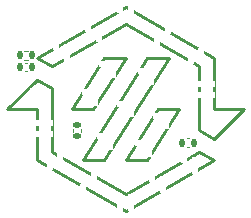
<source format=gbr>
%TF.GenerationSoftware,KiCad,Pcbnew,8.0.4*%
%TF.CreationDate,2024-10-23T12:54:15+11:00*%
%TF.ProjectId,SC_Logo_LED,53435f4c-6f67-46f5-9f4c-45442e6b6963,rev?*%
%TF.SameCoordinates,Original*%
%TF.FileFunction,Legend,Top*%
%TF.FilePolarity,Positive*%
%FSLAX46Y46*%
G04 Gerber Fmt 4.6, Leading zero omitted, Abs format (unit mm)*
G04 Created by KiCad (PCBNEW 8.0.4) date 2024-10-23 12:54:15*
%MOMM*%
%LPD*%
G01*
G04 APERTURE LIST*
G04 Aperture macros list*
%AMRoundRect*
0 Rectangle with rounded corners*
0 $1 Rounding radius*
0 $2 $3 $4 $5 $6 $7 $8 $9 X,Y pos of 4 corners*
0 Add a 4 corners polygon primitive as box body*
4,1,4,$2,$3,$4,$5,$6,$7,$8,$9,$2,$3,0*
0 Add four circle primitives for the rounded corners*
1,1,$1+$1,$2,$3*
1,1,$1+$1,$4,$5*
1,1,$1+$1,$6,$7*
1,1,$1+$1,$8,$9*
0 Add four rect primitives between the rounded corners*
20,1,$1+$1,$2,$3,$4,$5,0*
20,1,$1+$1,$4,$5,$6,$7,0*
20,1,$1+$1,$6,$7,$8,$9,0*
20,1,$1+$1,$8,$9,$2,$3,0*%
G04 Aperture macros list end*
%ADD10C,0.250000*%
%ADD11C,0.120000*%
%ADD12R,0.500000X0.500000*%
%ADD13RoundRect,0.135000X0.135000X0.185000X-0.135000X0.185000X-0.135000X-0.185000X0.135000X-0.185000X0*%
%ADD14RoundRect,0.140000X-0.140000X-0.170000X0.140000X-0.170000X0.140000X0.170000X-0.140000X0.170000X0*%
%ADD15RoundRect,0.140000X0.170000X-0.140000X0.170000X0.140000X-0.170000X0.140000X-0.170000X-0.140000X0*%
G04 APERTURE END LIST*
D10*
X159704000Y-103788000D02*
X158454000Y-103066312D01*
X152204000Y-94071122D02*
X145954000Y-97679561D01*
X158454000Y-97679561D02*
X152204000Y-94071122D01*
X155840364Y-96957873D02*
X150385818Y-105618127D01*
X152204000Y-105618127D02*
X154022182Y-105618127D01*
X145954000Y-99509688D02*
X145954000Y-104896439D01*
X159704000Y-105618127D02*
X152204000Y-109948254D01*
X152204000Y-109948254D02*
X144704000Y-105618127D01*
X158454000Y-104896439D02*
X159704000Y-105618127D01*
X145954000Y-104896439D02*
X152204000Y-108504878D01*
X152204000Y-108504878D02*
X158454000Y-104896439D01*
X150385818Y-96957873D02*
X147658545Y-101288000D01*
X142204000Y-101288000D02*
X144704000Y-98788000D01*
X156749455Y-101288000D02*
X154931273Y-101288000D01*
X152204000Y-92627746D02*
X159704000Y-96957873D01*
X150385818Y-105618127D02*
X148567636Y-105618127D01*
X148567636Y-105618127D02*
X154022182Y-96957873D01*
X154931273Y-101288000D02*
X152204000Y-105618127D01*
X144704000Y-101288000D02*
X142204000Y-101288000D01*
X154022182Y-105618127D02*
X156749455Y-101288000D01*
X149476727Y-101288000D02*
X152204000Y-96957873D01*
X162204000Y-101288000D02*
X159704000Y-103788000D01*
X152204000Y-96957873D02*
X150385818Y-96957873D01*
X144704000Y-105618127D02*
X144704000Y-101288000D01*
X144704000Y-98788000D02*
X145954000Y-99509688D01*
X144704000Y-96957873D02*
X152204000Y-92627746D01*
X159704000Y-96957873D02*
X159704000Y-101288000D01*
X154022182Y-96957873D02*
X155840364Y-96957873D01*
X147658545Y-101288000D02*
X149476727Y-101288000D01*
X159704000Y-101288000D02*
X162204000Y-101288000D01*
X145954000Y-97679561D02*
X144704000Y-96957873D01*
X158454000Y-103066312D02*
X158454000Y-97679561D01*
D11*
%TO.C,R1*%
X143917641Y-96336000D02*
X143610359Y-96336000D01*
X143917641Y-97096000D02*
X143610359Y-97096000D01*
%TO.C,C1*%
X143656164Y-97372000D02*
X143871836Y-97372000D01*
X143656164Y-98092000D02*
X143871836Y-98092000D01*
%TO.C,C2*%
X157372164Y-103780000D02*
X157587836Y-103780000D01*
X157372164Y-104500000D02*
X157587836Y-104500000D01*
%TO.C,C3*%
X147722000Y-103231836D02*
X147722000Y-103016164D01*
X148442000Y-103231836D02*
X148442000Y-103016164D01*
%TD*%
%LPC*%
D12*
%TO.C,D3*%
X151754000Y-92899434D03*
X151754000Y-93799434D03*
X152654000Y-93799434D03*
X152654000Y-92899434D03*
%TD*%
%TO.C,D2*%
X149035250Y-94469105D03*
X149035250Y-95369105D03*
X149935250Y-95369105D03*
X149935250Y-94469105D03*
%TD*%
%TO.C,D5*%
X157722750Y-96345493D03*
X157722750Y-97245493D03*
X158622750Y-97245493D03*
X158622750Y-96345493D03*
%TD*%
%TO.C,D15*%
X148747473Y-100738000D03*
X149647473Y-100738000D03*
X149647473Y-99838000D03*
X148747473Y-99838000D03*
%TD*%
%TO.C,D1*%
X146316500Y-96038776D03*
X146316500Y-96938776D03*
X147216500Y-96938776D03*
X147216500Y-96038776D03*
%TD*%
%TO.C,D10*%
X152654000Y-109676566D03*
X152654000Y-108776566D03*
X151754000Y-108776566D03*
X151754000Y-109676566D03*
%TD*%
%TO.C,D13*%
X145779000Y-103368274D03*
X145779000Y-102468274D03*
X144879000Y-102468274D03*
X144879000Y-103368274D03*
%TD*%
%TO.C,D21*%
X154760527Y-102738000D03*
X155660527Y-102738000D03*
X155660527Y-101838000D03*
X154760527Y-101838000D03*
%TD*%
%TO.C,D14*%
X145247750Y-100668422D03*
X145247750Y-99768422D03*
X144347750Y-99768422D03*
X144347750Y-100668422D03*
%TD*%
%TO.C,D12*%
X146685250Y-106230507D03*
X146685250Y-105330507D03*
X145785250Y-105330507D03*
X145785250Y-106230507D03*
%TD*%
%TO.C,D7*%
X159160250Y-101907578D03*
X159160250Y-102807578D03*
X160060250Y-102807578D03*
X160060250Y-101907578D03*
%TD*%
%TO.C,D20*%
X153292928Y-105068127D03*
X154192928Y-105068127D03*
X154192928Y-104168127D03*
X153292928Y-104168127D03*
%TD*%
D13*
%TO.C,R1*%
X144274000Y-96716000D03*
X143254000Y-96716000D03*
%TD*%
D12*
%TO.C,D9*%
X155372750Y-108106895D03*
X155372750Y-107206895D03*
X154472750Y-107206895D03*
X154472750Y-108106895D03*
%TD*%
%TO.C,D17*%
X153484536Y-98090405D03*
X153484536Y-98990405D03*
X154384536Y-98990405D03*
X154384536Y-98090405D03*
%TD*%
D14*
%TO.C,C1*%
X143284000Y-97732000D03*
X144244000Y-97732000D03*
%TD*%
%TO.C,C2*%
X157000000Y-104140000D03*
X157960000Y-104140000D03*
%TD*%
D12*
%TO.C,D16*%
X150215072Y-98407873D03*
X151115072Y-98407873D03*
X151115072Y-97507873D03*
X150215072Y-97507873D03*
%TD*%
%TO.C,D4*%
X154879000Y-94703653D03*
X154879000Y-95603653D03*
X155779000Y-95603653D03*
X155779000Y-94703653D03*
%TD*%
D15*
%TO.C,C3*%
X148082000Y-103604000D03*
X148082000Y-102644000D03*
%TD*%
D12*
%TO.C,D19*%
X150023464Y-103585595D03*
X150023464Y-104485595D03*
X150923464Y-104485595D03*
X150923464Y-103585595D03*
%TD*%
%TO.C,D6*%
X158629000Y-99207726D03*
X158629000Y-100107726D03*
X159529000Y-100107726D03*
X159529000Y-99207726D03*
%TD*%
%TO.C,D11*%
X149529000Y-107872347D03*
X149529000Y-106972347D03*
X148629000Y-106972347D03*
X148629000Y-107872347D03*
%TD*%
%TO.C,D18*%
X151754000Y-100838000D03*
X151754000Y-101738000D03*
X152654000Y-101738000D03*
X152654000Y-100838000D03*
%TD*%
%TO.C,D8*%
X158091500Y-106537224D03*
X158091500Y-105637224D03*
X157191500Y-105637224D03*
X157191500Y-106537224D03*
%TD*%
%LPD*%
M02*

</source>
